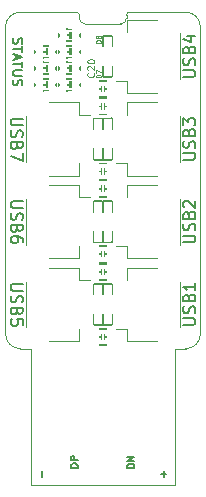
<source format=gbr>
G04 #@! TF.GenerationSoftware,KiCad,Pcbnew,(5.99.0-6415-g7c9acc605d)*
G04 #@! TF.CreationDate,2020-10-20T19:02:53+03:00*
G04 #@! TF.ProjectId,StickHub,53746963-6b48-4756-922e-6b696361645f,rev?*
G04 #@! TF.SameCoordinates,Original*
G04 #@! TF.FileFunction,Legend,Top*
G04 #@! TF.FilePolarity,Positive*
%FSLAX46Y46*%
G04 Gerber Fmt 4.6, Leading zero omitted, Abs format (unit mm)*
G04 Created by KiCad (PCBNEW (5.99.0-6415-g7c9acc605d)) date 2020-10-20 19:02:53*
%MOMM*%
%LPD*%
G01*
G04 APERTURE LIST*
G04 #@! TA.AperFunction,Profile*
%ADD10C,0.100000*%
G04 #@! TD*
%ADD11C,0.150000*%
%ADD12C,0.100000*%
%ADD13C,0.125000*%
%ADD14C,0.127000*%
%ADD15C,0.120000*%
G04 APERTURE END LIST*
D10*
X152250000Y-80000000D02*
X157000000Y-80000000D01*
X148500000Y-81000000D02*
X151500000Y-81000000D01*
X157000000Y-108500000D02*
X156100000Y-108500000D01*
X141750000Y-107250000D02*
X141750000Y-81250000D01*
X156100000Y-120000000D02*
X156100000Y-108500000D01*
X148000000Y-80250000D02*
X148000000Y-80500000D01*
X152000000Y-80250000D02*
G75*
G02*
X152250000Y-80000000I250000J0D01*
G01*
X143900000Y-120000000D02*
X143900000Y-108500000D01*
X141750000Y-81250000D02*
G75*
G02*
X143000000Y-80000000I1250000J0D01*
G01*
X147750000Y-80000000D02*
G75*
G02*
X148000000Y-80250000I0J-250000D01*
G01*
X143000000Y-108500000D02*
G75*
G02*
X141750000Y-107250000I0J1250000D01*
G01*
X143900000Y-120000000D02*
X156100000Y-120000000D01*
X158250000Y-81250000D02*
X158250000Y-107250000D01*
X143000000Y-80000000D02*
X147750000Y-80000000D01*
X158250000Y-107250000D02*
G75*
G02*
X157000000Y-108500000I-1250000J0D01*
G01*
X157000000Y-80000000D02*
G75*
G02*
X158250000Y-81250000I0J-1250000D01*
G01*
X148500000Y-81000000D02*
G75*
G02*
X148000000Y-80500000I0J500000D01*
G01*
X143900000Y-108500000D02*
X143000000Y-108500000D01*
X152000000Y-80500000D02*
G75*
G02*
X151500000Y-81000000I-500000J0D01*
G01*
X152000000Y-80500000D02*
X152000000Y-80250000D01*
D11*
X142426190Y-82219047D02*
X142388095Y-82333333D01*
X142388095Y-82523809D01*
X142426190Y-82600000D01*
X142464285Y-82638095D01*
X142540476Y-82676190D01*
X142616666Y-82676190D01*
X142692857Y-82638095D01*
X142730952Y-82600000D01*
X142769047Y-82523809D01*
X142807142Y-82371428D01*
X142845238Y-82295238D01*
X142883333Y-82257142D01*
X142959523Y-82219047D01*
X143035714Y-82219047D01*
X143111904Y-82257142D01*
X143150000Y-82295238D01*
X143188095Y-82371428D01*
X143188095Y-82561904D01*
X143150000Y-82676190D01*
X143188095Y-82904761D02*
X143188095Y-83361904D01*
X142388095Y-83133333D02*
X143188095Y-83133333D01*
X142616666Y-83590476D02*
X142616666Y-83971428D01*
X142388095Y-83514285D02*
X143188095Y-83780952D01*
X142388095Y-84047619D01*
X143188095Y-84200000D02*
X143188095Y-84657142D01*
X142388095Y-84428571D02*
X143188095Y-84428571D01*
X143188095Y-84923809D02*
X142540476Y-84923809D01*
X142464285Y-84961904D01*
X142426190Y-85000000D01*
X142388095Y-85076190D01*
X142388095Y-85228571D01*
X142426190Y-85304761D01*
X142464285Y-85342857D01*
X142540476Y-85380952D01*
X143188095Y-85380952D01*
X142426190Y-85723809D02*
X142388095Y-85838095D01*
X142388095Y-86028571D01*
X142426190Y-86104761D01*
X142464285Y-86142857D01*
X142540476Y-86180952D01*
X142616666Y-86180952D01*
X142692857Y-86142857D01*
X142730952Y-86104761D01*
X142769047Y-86028571D01*
X142807142Y-85876190D01*
X142845238Y-85800000D01*
X142883333Y-85761904D01*
X142959523Y-85723809D01*
X143035714Y-85723809D01*
X143111904Y-85761904D01*
X143150000Y-85800000D01*
X143188095Y-85876190D01*
X143188095Y-86066666D01*
X143150000Y-86180952D01*
G04 #@! TO.C,J7*
X143197619Y-96011904D02*
X142388095Y-96011904D01*
X142292857Y-96059523D01*
X142245238Y-96107142D01*
X142197619Y-96202380D01*
X142197619Y-96392857D01*
X142245238Y-96488095D01*
X142292857Y-96535714D01*
X142388095Y-96583333D01*
X143197619Y-96583333D01*
X142245238Y-97011904D02*
X142197619Y-97154761D01*
X142197619Y-97392857D01*
X142245238Y-97488095D01*
X142292857Y-97535714D01*
X142388095Y-97583333D01*
X142483333Y-97583333D01*
X142578571Y-97535714D01*
X142626190Y-97488095D01*
X142673809Y-97392857D01*
X142721428Y-97202380D01*
X142769047Y-97107142D01*
X142816666Y-97059523D01*
X142911904Y-97011904D01*
X143007142Y-97011904D01*
X143102380Y-97059523D01*
X143150000Y-97107142D01*
X143197619Y-97202380D01*
X143197619Y-97440476D01*
X143150000Y-97583333D01*
X142721428Y-98345238D02*
X142673809Y-98488095D01*
X142626190Y-98535714D01*
X142530952Y-98583333D01*
X142388095Y-98583333D01*
X142292857Y-98535714D01*
X142245238Y-98488095D01*
X142197619Y-98392857D01*
X142197619Y-98011904D01*
X143197619Y-98011904D01*
X143197619Y-98345238D01*
X143150000Y-98440476D01*
X143102380Y-98488095D01*
X143007142Y-98535714D01*
X142911904Y-98535714D01*
X142816666Y-98488095D01*
X142769047Y-98440476D01*
X142721428Y-98345238D01*
X142721428Y-98011904D01*
X143197619Y-99440476D02*
X143197619Y-99250000D01*
X143150000Y-99154761D01*
X143102380Y-99107142D01*
X142959523Y-99011904D01*
X142769047Y-98964285D01*
X142388095Y-98964285D01*
X142292857Y-99011904D01*
X142245238Y-99059523D01*
X142197619Y-99154761D01*
X142197619Y-99345238D01*
X142245238Y-99440476D01*
X142292857Y-99488095D01*
X142388095Y-99535714D01*
X142626190Y-99535714D01*
X142721428Y-99488095D01*
X142769047Y-99440476D01*
X142816666Y-99345238D01*
X142816666Y-99154761D01*
X142769047Y-99059523D01*
X142721428Y-99011904D01*
X142626190Y-98964285D01*
G04 #@! TO.C,J8*
X143197619Y-89011904D02*
X142388095Y-89011904D01*
X142292857Y-89059523D01*
X142245238Y-89107142D01*
X142197619Y-89202380D01*
X142197619Y-89392857D01*
X142245238Y-89488095D01*
X142292857Y-89535714D01*
X142388095Y-89583333D01*
X143197619Y-89583333D01*
X142245238Y-90011904D02*
X142197619Y-90154761D01*
X142197619Y-90392857D01*
X142245238Y-90488095D01*
X142292857Y-90535714D01*
X142388095Y-90583333D01*
X142483333Y-90583333D01*
X142578571Y-90535714D01*
X142626190Y-90488095D01*
X142673809Y-90392857D01*
X142721428Y-90202380D01*
X142769047Y-90107142D01*
X142816666Y-90059523D01*
X142911904Y-90011904D01*
X143007142Y-90011904D01*
X143102380Y-90059523D01*
X143150000Y-90107142D01*
X143197619Y-90202380D01*
X143197619Y-90440476D01*
X143150000Y-90583333D01*
X142721428Y-91345238D02*
X142673809Y-91488095D01*
X142626190Y-91535714D01*
X142530952Y-91583333D01*
X142388095Y-91583333D01*
X142292857Y-91535714D01*
X142245238Y-91488095D01*
X142197619Y-91392857D01*
X142197619Y-91011904D01*
X143197619Y-91011904D01*
X143197619Y-91345238D01*
X143150000Y-91440476D01*
X143102380Y-91488095D01*
X143007142Y-91535714D01*
X142911904Y-91535714D01*
X142816666Y-91488095D01*
X142769047Y-91440476D01*
X142721428Y-91345238D01*
X142721428Y-91011904D01*
X143197619Y-91916666D02*
X143197619Y-92583333D01*
X142197619Y-92154761D01*
D12*
G04 #@! TO.C,D8*
X149830952Y-82595238D02*
X149430952Y-82595238D01*
X149430952Y-82500000D01*
X149450000Y-82442857D01*
X149488095Y-82404761D01*
X149526190Y-82385714D01*
X149602380Y-82366666D01*
X149659523Y-82366666D01*
X149735714Y-82385714D01*
X149773809Y-82404761D01*
X149811904Y-82442857D01*
X149830952Y-82500000D01*
X149830952Y-82595238D01*
X149602380Y-82138095D02*
X149583333Y-82176190D01*
X149564285Y-82195238D01*
X149526190Y-82214285D01*
X149507142Y-82214285D01*
X149469047Y-82195238D01*
X149450000Y-82176190D01*
X149430952Y-82138095D01*
X149430952Y-82061904D01*
X149450000Y-82023809D01*
X149469047Y-82004761D01*
X149507142Y-81985714D01*
X149526190Y-81985714D01*
X149564285Y-82004761D01*
X149583333Y-82023809D01*
X149602380Y-82061904D01*
X149602380Y-82138095D01*
X149621428Y-82176190D01*
X149640476Y-82195238D01*
X149678571Y-82214285D01*
X149754761Y-82214285D01*
X149792857Y-82195238D01*
X149811904Y-82176190D01*
X149830952Y-82138095D01*
X149830952Y-82061904D01*
X149811904Y-82023809D01*
X149792857Y-82004761D01*
X149754761Y-81985714D01*
X149678571Y-81985714D01*
X149640476Y-82004761D01*
X149621428Y-82023809D01*
X149602380Y-82061904D01*
D11*
G04 #@! TO.C,J2*
X156802380Y-106488095D02*
X157611904Y-106488095D01*
X157707142Y-106440476D01*
X157754761Y-106392857D01*
X157802380Y-106297619D01*
X157802380Y-106107142D01*
X157754761Y-106011904D01*
X157707142Y-105964285D01*
X157611904Y-105916666D01*
X156802380Y-105916666D01*
X157754761Y-105488095D02*
X157802380Y-105345238D01*
X157802380Y-105107142D01*
X157754761Y-105011904D01*
X157707142Y-104964285D01*
X157611904Y-104916666D01*
X157516666Y-104916666D01*
X157421428Y-104964285D01*
X157373809Y-105011904D01*
X157326190Y-105107142D01*
X157278571Y-105297619D01*
X157230952Y-105392857D01*
X157183333Y-105440476D01*
X157088095Y-105488095D01*
X156992857Y-105488095D01*
X156897619Y-105440476D01*
X156850000Y-105392857D01*
X156802380Y-105297619D01*
X156802380Y-105059523D01*
X156850000Y-104916666D01*
X157278571Y-104154761D02*
X157326190Y-104011904D01*
X157373809Y-103964285D01*
X157469047Y-103916666D01*
X157611904Y-103916666D01*
X157707142Y-103964285D01*
X157754761Y-104011904D01*
X157802380Y-104107142D01*
X157802380Y-104488095D01*
X156802380Y-104488095D01*
X156802380Y-104154761D01*
X156850000Y-104059523D01*
X156897619Y-104011904D01*
X156992857Y-103964285D01*
X157088095Y-103964285D01*
X157183333Y-104011904D01*
X157230952Y-104059523D01*
X157278571Y-104154761D01*
X157278571Y-104488095D01*
X157802380Y-102964285D02*
X157802380Y-103535714D01*
X157802380Y-103250000D02*
X156802380Y-103250000D01*
X156945238Y-103345238D01*
X157040476Y-103440476D01*
X157088095Y-103535714D01*
G04 #@! TO.C,J5*
X156802380Y-85488095D02*
X157611904Y-85488095D01*
X157707142Y-85440476D01*
X157754761Y-85392857D01*
X157802380Y-85297619D01*
X157802380Y-85107142D01*
X157754761Y-85011904D01*
X157707142Y-84964285D01*
X157611904Y-84916666D01*
X156802380Y-84916666D01*
X157754761Y-84488095D02*
X157802380Y-84345238D01*
X157802380Y-84107142D01*
X157754761Y-84011904D01*
X157707142Y-83964285D01*
X157611904Y-83916666D01*
X157516666Y-83916666D01*
X157421428Y-83964285D01*
X157373809Y-84011904D01*
X157326190Y-84107142D01*
X157278571Y-84297619D01*
X157230952Y-84392857D01*
X157183333Y-84440476D01*
X157088095Y-84488095D01*
X156992857Y-84488095D01*
X156897619Y-84440476D01*
X156850000Y-84392857D01*
X156802380Y-84297619D01*
X156802380Y-84059523D01*
X156850000Y-83916666D01*
X157278571Y-83154761D02*
X157326190Y-83011904D01*
X157373809Y-82964285D01*
X157469047Y-82916666D01*
X157611904Y-82916666D01*
X157707142Y-82964285D01*
X157754761Y-83011904D01*
X157802380Y-83107142D01*
X157802380Y-83488095D01*
X156802380Y-83488095D01*
X156802380Y-83154761D01*
X156850000Y-83059523D01*
X156897619Y-83011904D01*
X156992857Y-82964285D01*
X157088095Y-82964285D01*
X157183333Y-83011904D01*
X157230952Y-83059523D01*
X157278571Y-83154761D01*
X157278571Y-83488095D01*
X157135714Y-82059523D02*
X157802380Y-82059523D01*
X156754761Y-82297619D02*
X157469047Y-82535714D01*
X157469047Y-81916666D01*
D13*
G04 #@! TO.C,C20*
X149214285Y-85135714D02*
X149242857Y-85164285D01*
X149271428Y-85250000D01*
X149271428Y-85307142D01*
X149242857Y-85392857D01*
X149185714Y-85450000D01*
X149128571Y-85478571D01*
X149014285Y-85507142D01*
X148928571Y-85507142D01*
X148814285Y-85478571D01*
X148757142Y-85450000D01*
X148700000Y-85392857D01*
X148671428Y-85307142D01*
X148671428Y-85250000D01*
X148700000Y-85164285D01*
X148728571Y-85135714D01*
X148728571Y-84907142D02*
X148700000Y-84878571D01*
X148671428Y-84821428D01*
X148671428Y-84678571D01*
X148700000Y-84621428D01*
X148728571Y-84592857D01*
X148785714Y-84564285D01*
X148842857Y-84564285D01*
X148928571Y-84592857D01*
X149271428Y-84935714D01*
X149271428Y-84564285D01*
X148671428Y-84192857D02*
X148671428Y-84135714D01*
X148700000Y-84078571D01*
X148728571Y-84050000D01*
X148785714Y-84021428D01*
X148900000Y-83992857D01*
X149042857Y-83992857D01*
X149157142Y-84021428D01*
X149214285Y-84050000D01*
X149242857Y-84078571D01*
X149271428Y-84135714D01*
X149271428Y-84192857D01*
X149242857Y-84250000D01*
X149214285Y-84278571D01*
X149157142Y-84307142D01*
X149042857Y-84335714D01*
X148900000Y-84335714D01*
X148785714Y-84307142D01*
X148728571Y-84278571D01*
X148700000Y-84250000D01*
X148671428Y-84192857D01*
D14*
G04 #@! TO.C,J1*
X155142857Y-119328571D02*
X155142857Y-118871428D01*
X155371428Y-119100000D02*
X154914285Y-119100000D01*
X147871428Y-118557142D02*
X147271428Y-118557142D01*
X147271428Y-118414285D01*
X147300000Y-118328571D01*
X147357142Y-118271428D01*
X147414285Y-118242857D01*
X147528571Y-118214285D01*
X147614285Y-118214285D01*
X147728571Y-118242857D01*
X147785714Y-118271428D01*
X147842857Y-118328571D01*
X147871428Y-118414285D01*
X147871428Y-118557142D01*
X147871428Y-117957142D02*
X147271428Y-117957142D01*
X147271428Y-117728571D01*
X147300000Y-117671428D01*
X147328571Y-117642857D01*
X147385714Y-117614285D01*
X147471428Y-117614285D01*
X147528571Y-117642857D01*
X147557142Y-117671428D01*
X147585714Y-117728571D01*
X147585714Y-117957142D01*
X152671428Y-118571428D02*
X152071428Y-118571428D01*
X152071428Y-118428571D01*
X152100000Y-118342857D01*
X152157142Y-118285714D01*
X152214285Y-118257142D01*
X152328571Y-118228571D01*
X152414285Y-118228571D01*
X152528571Y-118257142D01*
X152585714Y-118285714D01*
X152642857Y-118342857D01*
X152671428Y-118428571D01*
X152671428Y-118571428D01*
X152671428Y-117971428D02*
X152071428Y-117971428D01*
X152671428Y-117628571D01*
X152071428Y-117628571D01*
X144842857Y-119328571D02*
X144842857Y-118871428D01*
D12*
G04 #@! TO.C,D7*
X149830952Y-85520238D02*
X149430952Y-85520238D01*
X149430952Y-85425000D01*
X149450000Y-85367857D01*
X149488095Y-85329761D01*
X149526190Y-85310714D01*
X149602380Y-85291666D01*
X149659523Y-85291666D01*
X149735714Y-85310714D01*
X149773809Y-85329761D01*
X149811904Y-85367857D01*
X149830952Y-85425000D01*
X149830952Y-85520238D01*
X149430952Y-85158333D02*
X149430952Y-84891666D01*
X149830952Y-85063095D01*
D11*
G04 #@! TO.C,J4*
X156802380Y-92488095D02*
X157611904Y-92488095D01*
X157707142Y-92440476D01*
X157754761Y-92392857D01*
X157802380Y-92297619D01*
X157802380Y-92107142D01*
X157754761Y-92011904D01*
X157707142Y-91964285D01*
X157611904Y-91916666D01*
X156802380Y-91916666D01*
X157754761Y-91488095D02*
X157802380Y-91345238D01*
X157802380Y-91107142D01*
X157754761Y-91011904D01*
X157707142Y-90964285D01*
X157611904Y-90916666D01*
X157516666Y-90916666D01*
X157421428Y-90964285D01*
X157373809Y-91011904D01*
X157326190Y-91107142D01*
X157278571Y-91297619D01*
X157230952Y-91392857D01*
X157183333Y-91440476D01*
X157088095Y-91488095D01*
X156992857Y-91488095D01*
X156897619Y-91440476D01*
X156850000Y-91392857D01*
X156802380Y-91297619D01*
X156802380Y-91059523D01*
X156850000Y-90916666D01*
X157278571Y-90154761D02*
X157326190Y-90011904D01*
X157373809Y-89964285D01*
X157469047Y-89916666D01*
X157611904Y-89916666D01*
X157707142Y-89964285D01*
X157754761Y-90011904D01*
X157802380Y-90107142D01*
X157802380Y-90488095D01*
X156802380Y-90488095D01*
X156802380Y-90154761D01*
X156850000Y-90059523D01*
X156897619Y-90011904D01*
X156992857Y-89964285D01*
X157088095Y-89964285D01*
X157183333Y-90011904D01*
X157230952Y-90059523D01*
X157278571Y-90154761D01*
X157278571Y-90488095D01*
X156802380Y-89583333D02*
X156802380Y-88964285D01*
X157183333Y-89297619D01*
X157183333Y-89154761D01*
X157230952Y-89059523D01*
X157278571Y-89011904D01*
X157373809Y-88964285D01*
X157611904Y-88964285D01*
X157707142Y-89011904D01*
X157754761Y-89059523D01*
X157802380Y-89154761D01*
X157802380Y-89440476D01*
X157754761Y-89535714D01*
X157707142Y-89583333D01*
G04 #@! TO.C,J6*
X143197619Y-103011904D02*
X142388095Y-103011904D01*
X142292857Y-103059523D01*
X142245238Y-103107142D01*
X142197619Y-103202380D01*
X142197619Y-103392857D01*
X142245238Y-103488095D01*
X142292857Y-103535714D01*
X142388095Y-103583333D01*
X143197619Y-103583333D01*
X142245238Y-104011904D02*
X142197619Y-104154761D01*
X142197619Y-104392857D01*
X142245238Y-104488095D01*
X142292857Y-104535714D01*
X142388095Y-104583333D01*
X142483333Y-104583333D01*
X142578571Y-104535714D01*
X142626190Y-104488095D01*
X142673809Y-104392857D01*
X142721428Y-104202380D01*
X142769047Y-104107142D01*
X142816666Y-104059523D01*
X142911904Y-104011904D01*
X143007142Y-104011904D01*
X143102380Y-104059523D01*
X143150000Y-104107142D01*
X143197619Y-104202380D01*
X143197619Y-104440476D01*
X143150000Y-104583333D01*
X142721428Y-105345238D02*
X142673809Y-105488095D01*
X142626190Y-105535714D01*
X142530952Y-105583333D01*
X142388095Y-105583333D01*
X142292857Y-105535714D01*
X142245238Y-105488095D01*
X142197619Y-105392857D01*
X142197619Y-105011904D01*
X143197619Y-105011904D01*
X143197619Y-105345238D01*
X143150000Y-105440476D01*
X143102380Y-105488095D01*
X143007142Y-105535714D01*
X142911904Y-105535714D01*
X142816666Y-105488095D01*
X142769047Y-105440476D01*
X142721428Y-105345238D01*
X142721428Y-105011904D01*
X143197619Y-106488095D02*
X143197619Y-106011904D01*
X142721428Y-105964285D01*
X142769047Y-106011904D01*
X142816666Y-106107142D01*
X142816666Y-106345238D01*
X142769047Y-106440476D01*
X142721428Y-106488095D01*
X142626190Y-106535714D01*
X142388095Y-106535714D01*
X142292857Y-106488095D01*
X142245238Y-106440476D01*
X142197619Y-106345238D01*
X142197619Y-106107142D01*
X142245238Y-106011904D01*
X142292857Y-105964285D01*
G04 #@! TO.C,J3*
X156802380Y-99488095D02*
X157611904Y-99488095D01*
X157707142Y-99440476D01*
X157754761Y-99392857D01*
X157802380Y-99297619D01*
X157802380Y-99107142D01*
X157754761Y-99011904D01*
X157707142Y-98964285D01*
X157611904Y-98916666D01*
X156802380Y-98916666D01*
X157754761Y-98488095D02*
X157802380Y-98345238D01*
X157802380Y-98107142D01*
X157754761Y-98011904D01*
X157707142Y-97964285D01*
X157611904Y-97916666D01*
X157516666Y-97916666D01*
X157421428Y-97964285D01*
X157373809Y-98011904D01*
X157326190Y-98107142D01*
X157278571Y-98297619D01*
X157230952Y-98392857D01*
X157183333Y-98440476D01*
X157088095Y-98488095D01*
X156992857Y-98488095D01*
X156897619Y-98440476D01*
X156850000Y-98392857D01*
X156802380Y-98297619D01*
X156802380Y-98059523D01*
X156850000Y-97916666D01*
X157278571Y-97154761D02*
X157326190Y-97011904D01*
X157373809Y-96964285D01*
X157469047Y-96916666D01*
X157611904Y-96916666D01*
X157707142Y-96964285D01*
X157754761Y-97011904D01*
X157802380Y-97107142D01*
X157802380Y-97488095D01*
X156802380Y-97488095D01*
X156802380Y-97154761D01*
X156850000Y-97059523D01*
X156897619Y-97011904D01*
X156992857Y-96964285D01*
X157088095Y-96964285D01*
X157183333Y-97011904D01*
X157230952Y-97059523D01*
X157278571Y-97154761D01*
X157278571Y-97488095D01*
X156897619Y-96535714D02*
X156850000Y-96488095D01*
X156802380Y-96392857D01*
X156802380Y-96154761D01*
X156850000Y-96059523D01*
X156897619Y-96011904D01*
X156992857Y-95964285D01*
X157088095Y-95964285D01*
X157230952Y-96011904D01*
X157802380Y-96583333D01*
X157802380Y-95964285D01*
G04 #@! TO.C,D4*
X150000000Y-96075000D02*
G75*
G02*
X150075000Y-96000000I75000J0D01*
G01*
X150725000Y-96000000D02*
G75*
G02*
X150800000Y-96075000I0J-75000D01*
G01*
G36*
X150875000Y-96075000D02*
G01*
X150875000Y-96975000D01*
X150750000Y-96975000D01*
X150725000Y-96950000D01*
X150725000Y-96075000D01*
X150075000Y-96075000D01*
X150075000Y-96950000D01*
X150050000Y-96975000D01*
X149925000Y-96975000D01*
X149925000Y-96075000D01*
X150075000Y-95925000D01*
X150725000Y-95925000D01*
X150875000Y-96075000D01*
G37*
D15*
G04 #@! TO.C,J7*
X145435000Y-94640000D02*
X147935000Y-94640000D01*
X145435000Y-100860000D02*
X147935000Y-100860000D01*
X143465000Y-95810000D02*
X143465000Y-99690000D01*
X147935000Y-94640000D02*
X147935000Y-95690000D01*
X147935000Y-95690000D02*
X148925000Y-95690000D01*
X147935000Y-100860000D02*
X147935000Y-99810000D01*
G04 #@! TO.C,J8*
X147935000Y-87640000D02*
X147935000Y-88690000D01*
X145435000Y-87640000D02*
X147935000Y-87640000D01*
X147935000Y-88690000D02*
X148925000Y-88690000D01*
X145435000Y-93860000D02*
X147935000Y-93860000D01*
X147935000Y-93860000D02*
X147935000Y-92810000D01*
X143465000Y-88810000D02*
X143465000Y-92690000D01*
D11*
G04 #@! TO.C,D10*
X150000000Y-106425000D02*
G75*
G02*
X149925000Y-106500000I-75000J0D01*
G01*
X149275000Y-106500000D02*
G75*
G02*
X149200000Y-106425000I0J75000D01*
G01*
G36*
X149275000Y-105550000D02*
G01*
X149275000Y-106425000D01*
X149925000Y-106425000D01*
X149925000Y-105550000D01*
X149950000Y-105525000D01*
X150075000Y-105525000D01*
X150075000Y-106425000D01*
X149925000Y-106575000D01*
X149275000Y-106575000D01*
X149125000Y-106425000D01*
X149125000Y-105525000D01*
X149250000Y-105525000D01*
X149275000Y-105550000D01*
G37*
G04 #@! TO.C,C18*
G36*
X150325000Y-94250000D02*
G01*
X149675000Y-94250000D01*
X149675000Y-94125000D01*
X150325000Y-94125000D01*
X150325000Y-94250000D01*
G37*
G36*
X149949998Y-93775000D02*
G01*
X149800000Y-93774998D01*
X149800002Y-93575000D01*
X149650000Y-93575000D01*
X149650000Y-93425000D01*
X149800002Y-93425000D01*
X149800002Y-93225000D01*
X149950000Y-93225000D01*
X149949998Y-93775000D01*
G37*
G36*
X150200000Y-93425000D02*
G01*
X150350000Y-93425000D01*
X150350000Y-93575000D01*
X150200000Y-93575000D01*
X150200000Y-93775000D01*
X150050000Y-93775000D01*
X150050000Y-93225000D01*
X150200000Y-93225000D01*
X150200000Y-93425000D01*
G37*
G36*
X150325000Y-92875000D02*
G01*
X149675000Y-92875000D01*
X149675000Y-92750000D01*
X150325000Y-92750000D01*
X150325000Y-92875000D01*
G37*
G04 #@! TO.C,C16*
G36*
X149949998Y-100775000D02*
G01*
X149800000Y-100774998D01*
X149800002Y-100575000D01*
X149650000Y-100575000D01*
X149650000Y-100425000D01*
X149800002Y-100425000D01*
X149800002Y-100225000D01*
X149950000Y-100225000D01*
X149949998Y-100775000D01*
G37*
G36*
X150325000Y-101250000D02*
G01*
X149675000Y-101250000D01*
X149675000Y-101125000D01*
X150325000Y-101125000D01*
X150325000Y-101250000D01*
G37*
G36*
X150325000Y-99875000D02*
G01*
X149675000Y-99875000D01*
X149675000Y-99750000D01*
X150325000Y-99750000D01*
X150325000Y-99875000D01*
G37*
G36*
X150200000Y-100425000D02*
G01*
X150350000Y-100425000D01*
X150350000Y-100575000D01*
X150200000Y-100575000D01*
X150200000Y-100775000D01*
X150050000Y-100775000D01*
X150050000Y-100225000D01*
X150200000Y-100225000D01*
X150200000Y-100425000D01*
G37*
G04 #@! TO.C,D15*
G36*
X147377792Y-86450000D02*
G01*
X147152792Y-86450000D01*
X147152792Y-86250000D01*
X146927792Y-86250000D01*
X146927792Y-86050000D01*
X147152792Y-86050000D01*
X147152792Y-85850000D01*
X147377792Y-85850000D01*
X147377792Y-86450000D01*
G37*
G36*
X148102792Y-86350000D02*
G01*
X147977792Y-86225000D01*
X147977792Y-86075000D01*
X148102792Y-85950000D01*
X148102792Y-86350000D01*
G37*
G36*
X147402792Y-86700000D02*
G01*
X147027792Y-86700000D01*
X147027792Y-86750000D01*
X146902792Y-86750000D01*
X146902792Y-86575000D01*
X147402792Y-86575000D01*
X147402792Y-86700000D01*
G37*
G36*
X146327792Y-86075000D02*
G01*
X146327792Y-86225000D01*
X146202792Y-86350000D01*
X146202792Y-85950000D01*
X146327792Y-86075000D01*
G37*
G36*
X147027792Y-85600000D02*
G01*
X147402792Y-85600000D01*
X147402792Y-85725000D01*
X146902792Y-85725000D01*
X146902792Y-85550000D01*
X147027792Y-85550000D01*
X147027792Y-85600000D01*
G37*
G04 #@! TO.C,C14*
G36*
X150325000Y-108250000D02*
G01*
X149675000Y-108250000D01*
X149675000Y-108125000D01*
X150325000Y-108125000D01*
X150325000Y-108250000D01*
G37*
G36*
X150200000Y-107425000D02*
G01*
X150350000Y-107425000D01*
X150350000Y-107575000D01*
X150200000Y-107575000D01*
X150200000Y-107775000D01*
X150050000Y-107775000D01*
X150050000Y-107225000D01*
X150200000Y-107225000D01*
X150200000Y-107425000D01*
G37*
G36*
X150325000Y-106875000D02*
G01*
X149675000Y-106875000D01*
X149675000Y-106750000D01*
X150325000Y-106750000D01*
X150325000Y-106875000D01*
G37*
G36*
X149949998Y-107775000D02*
G01*
X149800000Y-107774998D01*
X149800002Y-107575000D01*
X149650000Y-107575000D01*
X149650000Y-107425000D01*
X149800002Y-107425000D01*
X149800002Y-107225000D01*
X149950000Y-107225000D01*
X149949998Y-107775000D01*
G37*
G04 #@! TO.C,D8*
X150725000Y-82000000D02*
G75*
G02*
X150800000Y-82075000I0J-75000D01*
G01*
X150000000Y-82075000D02*
G75*
G02*
X150075000Y-82000000I75000J0D01*
G01*
G36*
X150875000Y-82075000D02*
G01*
X150875000Y-82975000D01*
X150750000Y-82975000D01*
X150725000Y-82950000D01*
X150725000Y-82075000D01*
X150075000Y-82075000D01*
X150075000Y-82950000D01*
X150050000Y-82975000D01*
X149925000Y-82975000D01*
X149925000Y-82075000D01*
X150075000Y-81925000D01*
X150725000Y-81925000D01*
X150875000Y-82075000D01*
G37*
G04 #@! TO.C,D9*
X149200000Y-103075000D02*
G75*
G02*
X149275000Y-103000000I75000J0D01*
G01*
X149925000Y-103000000D02*
G75*
G02*
X150000000Y-103075000I0J-75000D01*
G01*
G36*
X150075000Y-103075000D02*
G01*
X150075000Y-103975000D01*
X149950000Y-103975000D01*
X149925000Y-103950000D01*
X149925000Y-103075000D01*
X149275000Y-103075000D01*
X149275000Y-103950000D01*
X149250000Y-103975000D01*
X149125000Y-103975000D01*
X149125000Y-103075000D01*
X149275000Y-102925000D01*
X149925000Y-102925000D01*
X150075000Y-103075000D01*
G37*
G04 #@! TO.C,D16*
G36*
X147027792Y-84200000D02*
G01*
X147402792Y-84200000D01*
X147402792Y-84325000D01*
X146902792Y-84325000D01*
X146902792Y-84150000D01*
X147027792Y-84150000D01*
X147027792Y-84200000D01*
G37*
G36*
X147377792Y-85050000D02*
G01*
X147152792Y-85050000D01*
X147152792Y-84850000D01*
X146927792Y-84850000D01*
X146927792Y-84650000D01*
X147152792Y-84650000D01*
X147152792Y-84450000D01*
X147377792Y-84450000D01*
X147377792Y-85050000D01*
G37*
G36*
X146327792Y-84675000D02*
G01*
X146327792Y-84825000D01*
X146202792Y-84950000D01*
X146202792Y-84550000D01*
X146327792Y-84675000D01*
G37*
G36*
X148102792Y-84950000D02*
G01*
X147977792Y-84825000D01*
X147977792Y-84675000D01*
X148102792Y-84550000D01*
X148102792Y-84950000D01*
G37*
G36*
X147402792Y-85300000D02*
G01*
X147027792Y-85300000D01*
X147027792Y-85350000D01*
X146902792Y-85350000D01*
X146902792Y-85175000D01*
X147402792Y-85175000D01*
X147402792Y-85300000D01*
G37*
G04 #@! TO.C,D1*
X150075000Y-106500000D02*
G75*
G02*
X150000000Y-106425000I0J75000D01*
G01*
X150800000Y-106425000D02*
G75*
G02*
X150725000Y-106500000I-75000J0D01*
G01*
G36*
X150075000Y-105550000D02*
G01*
X150075000Y-106425000D01*
X150725000Y-106425000D01*
X150725000Y-105550000D01*
X150750000Y-105525000D01*
X150875000Y-105525000D01*
X150875000Y-106425000D01*
X150725000Y-106575000D01*
X150075000Y-106575000D01*
X149925000Y-106425000D01*
X149925000Y-105525000D01*
X150050000Y-105525000D01*
X150075000Y-105550000D01*
G37*
G04 #@! TO.C,D5*
X150800000Y-92425000D02*
G75*
G02*
X150725000Y-92500000I-75000J0D01*
G01*
X150075000Y-92500000D02*
G75*
G02*
X150000000Y-92425000I0J75000D01*
G01*
G36*
X150075000Y-91550000D02*
G01*
X150075000Y-92425000D01*
X150725000Y-92425000D01*
X150725000Y-91550000D01*
X150750000Y-91525000D01*
X150875000Y-91525000D01*
X150875000Y-92425000D01*
X150725000Y-92575000D01*
X150075000Y-92575000D01*
X149925000Y-92425000D01*
X149925000Y-91525000D01*
X150050000Y-91525000D01*
X150075000Y-91550000D01*
G37*
G04 #@! TO.C,D3*
X150800000Y-99425000D02*
G75*
G02*
X150725000Y-99500000I-75000J0D01*
G01*
X150075000Y-99500000D02*
G75*
G02*
X150000000Y-99425000I0J75000D01*
G01*
G36*
X150075000Y-98550000D02*
G01*
X150075000Y-99425000D01*
X150725000Y-99425000D01*
X150725000Y-98550000D01*
X150750000Y-98525000D01*
X150875000Y-98525000D01*
X150875000Y-99425000D01*
X150725000Y-99575000D01*
X150075000Y-99575000D01*
X149925000Y-99425000D01*
X149925000Y-98525000D01*
X150050000Y-98525000D01*
X150075000Y-98550000D01*
G37*
G04 #@! TO.C,C15*
G36*
X150200000Y-101725002D02*
G01*
X150199998Y-101925000D01*
X150350000Y-101925000D01*
X150350000Y-102075000D01*
X150199998Y-102075000D01*
X150199998Y-102275000D01*
X150050000Y-102275000D01*
X150050002Y-101725000D01*
X150200000Y-101725002D01*
G37*
G36*
X149950000Y-102275000D02*
G01*
X149800000Y-102275000D01*
X149800000Y-102075000D01*
X149650000Y-102075000D01*
X149650000Y-101925000D01*
X149800000Y-101925000D01*
X149800000Y-101725000D01*
X149950000Y-101725000D01*
X149950000Y-102275000D01*
G37*
G36*
X150325000Y-102750000D02*
G01*
X149675000Y-102750000D01*
X149675000Y-102625000D01*
X150325000Y-102625000D01*
X150325000Y-102750000D01*
G37*
G36*
X150325000Y-101375000D02*
G01*
X149675000Y-101375000D01*
X149675000Y-101250000D01*
X150325000Y-101250000D01*
X150325000Y-101375000D01*
G37*
D15*
G04 #@! TO.C,J2*
X154565000Y-107860000D02*
X152065000Y-107860000D01*
X152065000Y-101640000D02*
X152065000Y-102690000D01*
X152065000Y-106810000D02*
X151075000Y-106810000D01*
X152065000Y-107860000D02*
X152065000Y-106810000D01*
X156535000Y-106690000D02*
X156535000Y-102810000D01*
X154565000Y-101640000D02*
X152065000Y-101640000D01*
G04 #@! TO.C,D19*
G36*
X145402792Y-86700000D02*
G01*
X145027792Y-86700000D01*
X145027792Y-86750000D01*
X144902792Y-86750000D01*
X144902792Y-86575000D01*
X145402792Y-86575000D01*
X145402792Y-86700000D01*
G37*
G36*
X144327792Y-86075000D02*
G01*
X144327792Y-86225000D01*
X144202792Y-86350000D01*
X144202792Y-85950000D01*
X144327792Y-86075000D01*
G37*
G36*
X145377792Y-86450000D02*
G01*
X145152792Y-86450000D01*
X145152792Y-86250000D01*
X144927792Y-86250000D01*
X144927792Y-86050000D01*
X145152792Y-86050000D01*
X145152792Y-85850000D01*
X145377792Y-85850000D01*
X145377792Y-86450000D01*
G37*
G36*
X145027792Y-85600000D02*
G01*
X145402792Y-85600000D01*
X145402792Y-85725000D01*
X144902792Y-85725000D01*
X144902792Y-85550000D01*
X145027792Y-85550000D01*
X145027792Y-85600000D01*
G37*
G36*
X146102792Y-86350000D02*
G01*
X145977792Y-86225000D01*
X145977792Y-86075000D01*
X146102792Y-85950000D01*
X146102792Y-86350000D01*
G37*
G04 #@! TO.C,J5*
X154565000Y-80640000D02*
X152065000Y-80640000D01*
X152065000Y-86860000D02*
X152065000Y-85810000D01*
X152065000Y-80640000D02*
X152065000Y-81690000D01*
X156535000Y-85690000D02*
X156535000Y-81810000D01*
X152065000Y-85810000D02*
X151075000Y-85810000D01*
X154565000Y-86860000D02*
X152065000Y-86860000D01*
G04 #@! TO.C,C20*
G36*
X149949998Y-86775000D02*
G01*
X149800000Y-86774998D01*
X149800002Y-86575000D01*
X149650000Y-86575000D01*
X149650000Y-86425000D01*
X149800002Y-86425000D01*
X149800002Y-86225000D01*
X149950000Y-86225000D01*
X149949998Y-86775000D01*
G37*
G36*
X150200000Y-86425000D02*
G01*
X150350000Y-86425000D01*
X150350000Y-86575000D01*
X150200000Y-86575000D01*
X150200000Y-86775000D01*
X150050000Y-86775000D01*
X150050000Y-86225000D01*
X150200000Y-86225000D01*
X150200000Y-86425000D01*
G37*
G36*
X150325000Y-87250000D02*
G01*
X149675000Y-87250000D01*
X149675000Y-87125000D01*
X150325000Y-87125000D01*
X150325000Y-87250000D01*
G37*
G36*
X150325000Y-85875000D02*
G01*
X149675000Y-85875000D01*
X149675000Y-85750000D01*
X150325000Y-85750000D01*
X150325000Y-85875000D01*
G37*
G04 #@! TO.C,D20*
G36*
X144327792Y-84675000D02*
G01*
X144327792Y-84825000D01*
X144202792Y-84950000D01*
X144202792Y-84550000D01*
X144327792Y-84675000D01*
G37*
G36*
X145377792Y-85050000D02*
G01*
X145152792Y-85050000D01*
X145152792Y-84850000D01*
X144927792Y-84850000D01*
X144927792Y-84650000D01*
X145152792Y-84650000D01*
X145152792Y-84450000D01*
X145377792Y-84450000D01*
X145377792Y-85050000D01*
G37*
G36*
X145402792Y-85300000D02*
G01*
X145027792Y-85300000D01*
X145027792Y-85350000D01*
X144902792Y-85350000D01*
X144902792Y-85175000D01*
X145402792Y-85175000D01*
X145402792Y-85300000D01*
G37*
G36*
X146102792Y-84950000D02*
G01*
X145977792Y-84825000D01*
X145977792Y-84675000D01*
X146102792Y-84550000D01*
X146102792Y-84950000D01*
G37*
G36*
X145027792Y-84200000D02*
G01*
X145402792Y-84200000D01*
X145402792Y-84325000D01*
X144902792Y-84325000D01*
X144902792Y-84150000D01*
X145027792Y-84150000D01*
X145027792Y-84200000D01*
G37*
D11*
G04 #@! TO.C,D6*
X150000000Y-89075000D02*
G75*
G02*
X150075000Y-89000000I75000J0D01*
G01*
X150725000Y-89000000D02*
G75*
G02*
X150800000Y-89075000I0J-75000D01*
G01*
G36*
X150875000Y-89075000D02*
G01*
X150875000Y-89975000D01*
X150750000Y-89975000D01*
X150725000Y-89950000D01*
X150725000Y-89075000D01*
X150075000Y-89075000D01*
X150075000Y-89950000D01*
X150050000Y-89975000D01*
X149925000Y-89975000D01*
X149925000Y-89075000D01*
X150075000Y-88925000D01*
X150725000Y-88925000D01*
X150875000Y-89075000D01*
G37*
G04 #@! TO.C,C17*
G36*
X150325000Y-94325000D02*
G01*
X149675000Y-94325000D01*
X149675000Y-94200000D01*
X150325000Y-94200000D01*
X150325000Y-94325000D01*
G37*
G36*
X150325000Y-95700000D02*
G01*
X149675000Y-95700000D01*
X149675000Y-95575000D01*
X150325000Y-95575000D01*
X150325000Y-95700000D01*
G37*
G36*
X149950000Y-95225000D02*
G01*
X149800000Y-95225000D01*
X149800000Y-95025000D01*
X149650000Y-95025000D01*
X149650000Y-94875000D01*
X149800000Y-94875000D01*
X149800000Y-94675000D01*
X149950000Y-94675000D01*
X149950000Y-95225000D01*
G37*
G36*
X150200000Y-94675002D02*
G01*
X150199998Y-94875000D01*
X150350000Y-94875000D01*
X150350000Y-95025000D01*
X150199998Y-95025000D01*
X150199998Y-95225000D01*
X150050000Y-95225000D01*
X150050002Y-94675000D01*
X150200000Y-94675002D01*
G37*
G04 #@! TO.C,D7*
X150075000Y-85500000D02*
G75*
G02*
X150000000Y-85425000I0J75000D01*
G01*
X150800000Y-85425000D02*
G75*
G02*
X150725000Y-85500000I-75000J0D01*
G01*
G36*
X150075000Y-84550000D02*
G01*
X150075000Y-85425000D01*
X150725000Y-85425000D01*
X150725000Y-84550000D01*
X150750000Y-84525000D01*
X150875000Y-84525000D01*
X150875000Y-85425000D01*
X150725000Y-85575000D01*
X150075000Y-85575000D01*
X149925000Y-85425000D01*
X149925000Y-84525000D01*
X150050000Y-84525000D01*
X150075000Y-84550000D01*
G37*
G04 #@! TO.C,D14*
X150000000Y-92425000D02*
G75*
G02*
X149925000Y-92500000I-75000J0D01*
G01*
X149275000Y-92500000D02*
G75*
G02*
X149200000Y-92425000I0J75000D01*
G01*
G36*
X149275000Y-91550000D02*
G01*
X149275000Y-92425000D01*
X149925000Y-92425000D01*
X149925000Y-91550000D01*
X149950000Y-91525000D01*
X150075000Y-91525000D01*
X150075000Y-92425000D01*
X149925000Y-92575000D01*
X149275000Y-92575000D01*
X149125000Y-92425000D01*
X149125000Y-91525000D01*
X149250000Y-91525000D01*
X149275000Y-91550000D01*
G37*
G04 #@! TO.C,D21*
G36*
X145377792Y-83650000D02*
G01*
X145152792Y-83650000D01*
X145152792Y-83450000D01*
X144927792Y-83450000D01*
X144927792Y-83250000D01*
X145152792Y-83250000D01*
X145152792Y-83050000D01*
X145377792Y-83050000D01*
X145377792Y-83650000D01*
G37*
G36*
X145402792Y-83900000D02*
G01*
X145027792Y-83900000D01*
X145027792Y-83950000D01*
X144902792Y-83950000D01*
X144902792Y-83775000D01*
X145402792Y-83775000D01*
X145402792Y-83900000D01*
G37*
G36*
X144327792Y-83275000D02*
G01*
X144327792Y-83425000D01*
X144202792Y-83550000D01*
X144202792Y-83150000D01*
X144327792Y-83275000D01*
G37*
G36*
X146102792Y-83550000D02*
G01*
X145977792Y-83425000D01*
X145977792Y-83275000D01*
X146102792Y-83150000D01*
X146102792Y-83550000D01*
G37*
G36*
X145027792Y-82800000D02*
G01*
X145402792Y-82800000D01*
X145402792Y-82925000D01*
X144902792Y-82925000D01*
X144902792Y-82750000D01*
X145027792Y-82750000D01*
X145027792Y-82800000D01*
G37*
D15*
G04 #@! TO.C,J4*
X156535000Y-92690000D02*
X156535000Y-88810000D01*
X152065000Y-93860000D02*
X152065000Y-92810000D01*
X154565000Y-87640000D02*
X152065000Y-87640000D01*
X152065000Y-92810000D02*
X151075000Y-92810000D01*
X154565000Y-93860000D02*
X152065000Y-93860000D01*
X152065000Y-87640000D02*
X152065000Y-88690000D01*
D11*
G04 #@! TO.C,D11*
X149200000Y-96075000D02*
G75*
G02*
X149275000Y-96000000I75000J0D01*
G01*
X149925000Y-96000000D02*
G75*
G02*
X150000000Y-96075000I0J-75000D01*
G01*
G36*
X150075000Y-96075000D02*
G01*
X150075000Y-96975000D01*
X149950000Y-96975000D01*
X149925000Y-96950000D01*
X149925000Y-96075000D01*
X149275000Y-96075000D01*
X149275000Y-96950000D01*
X149250000Y-96975000D01*
X149125000Y-96975000D01*
X149125000Y-96075000D01*
X149275000Y-95925000D01*
X149925000Y-95925000D01*
X150075000Y-96075000D01*
G37*
D15*
G04 #@! TO.C,J6*
X147935000Y-102690000D02*
X148925000Y-102690000D01*
X145435000Y-107860000D02*
X147935000Y-107860000D01*
X145435000Y-101640000D02*
X147935000Y-101640000D01*
X143465000Y-102810000D02*
X143465000Y-106690000D01*
X147935000Y-107860000D02*
X147935000Y-106810000D01*
X147935000Y-101640000D02*
X147935000Y-102690000D01*
G04 #@! TO.C,C19*
G36*
X150200000Y-87725002D02*
G01*
X150199998Y-87925000D01*
X150350000Y-87925000D01*
X150350000Y-88075000D01*
X150199998Y-88075000D01*
X150199998Y-88275000D01*
X150050000Y-88275000D01*
X150050002Y-87725000D01*
X150200000Y-87725002D01*
G37*
G36*
X149950000Y-88275000D02*
G01*
X149800000Y-88275000D01*
X149800000Y-88075000D01*
X149650000Y-88075000D01*
X149650000Y-87925000D01*
X149800000Y-87925000D01*
X149800000Y-87725000D01*
X149950000Y-87725000D01*
X149950000Y-88275000D01*
G37*
G36*
X150325000Y-87375000D02*
G01*
X149675000Y-87375000D01*
X149675000Y-87250000D01*
X150325000Y-87250000D01*
X150325000Y-87375000D01*
G37*
G36*
X150325000Y-88750000D02*
G01*
X149675000Y-88750000D01*
X149675000Y-88625000D01*
X150325000Y-88625000D01*
X150325000Y-88750000D01*
G37*
G04 #@! TO.C,D17*
G36*
X148102792Y-83550000D02*
G01*
X147977792Y-83425000D01*
X147977792Y-83275000D01*
X148102792Y-83150000D01*
X148102792Y-83550000D01*
G37*
G36*
X146327792Y-83275000D02*
G01*
X146327792Y-83425000D01*
X146202792Y-83550000D01*
X146202792Y-83150000D01*
X146327792Y-83275000D01*
G37*
G36*
X147377792Y-83650000D02*
G01*
X147152792Y-83650000D01*
X147152792Y-83450000D01*
X146927792Y-83450000D01*
X146927792Y-83250000D01*
X147152792Y-83250000D01*
X147152792Y-83050000D01*
X147377792Y-83050000D01*
X147377792Y-83650000D01*
G37*
G36*
X147027792Y-82800000D02*
G01*
X147402792Y-82800000D01*
X147402792Y-82925000D01*
X146902792Y-82925000D01*
X146902792Y-82750000D01*
X147027792Y-82750000D01*
X147027792Y-82800000D01*
G37*
G36*
X147402792Y-83900000D02*
G01*
X147027792Y-83900000D01*
X147027792Y-83950000D01*
X146902792Y-83950000D01*
X146902792Y-83775000D01*
X147402792Y-83775000D01*
X147402792Y-83900000D01*
G37*
G04 #@! TO.C,D18*
G36*
X147402792Y-82500000D02*
G01*
X147027792Y-82500000D01*
X147027792Y-82550000D01*
X146902792Y-82550000D01*
X146902792Y-82375000D01*
X147402792Y-82375000D01*
X147402792Y-82500000D01*
G37*
G36*
X148102792Y-82150000D02*
G01*
X147977792Y-82025000D01*
X147977792Y-81875000D01*
X148102792Y-81750000D01*
X148102792Y-82150000D01*
G37*
G36*
X146327792Y-81875000D02*
G01*
X146327792Y-82025000D01*
X146202792Y-82150000D01*
X146202792Y-81750000D01*
X146327792Y-81875000D01*
G37*
G36*
X147027792Y-81400000D02*
G01*
X147402792Y-81400000D01*
X147402792Y-81525000D01*
X146902792Y-81525000D01*
X146902792Y-81350000D01*
X147027792Y-81350000D01*
X147027792Y-81400000D01*
G37*
G36*
X147377792Y-82250000D02*
G01*
X147152792Y-82250000D01*
X147152792Y-82050000D01*
X146927792Y-82050000D01*
X146927792Y-81850000D01*
X147152792Y-81850000D01*
X147152792Y-81650000D01*
X147377792Y-81650000D01*
X147377792Y-82250000D01*
G37*
D11*
G04 #@! TO.C,D2*
X150000000Y-103075000D02*
G75*
G02*
X150075000Y-103000000I75000J0D01*
G01*
X150725000Y-103000000D02*
G75*
G02*
X150800000Y-103075000I0J-75000D01*
G01*
G36*
X150875000Y-103075000D02*
G01*
X150875000Y-103975000D01*
X150750000Y-103975000D01*
X150725000Y-103950000D01*
X150725000Y-103075000D01*
X150075000Y-103075000D01*
X150075000Y-103950000D01*
X150050000Y-103975000D01*
X149925000Y-103975000D01*
X149925000Y-103075000D01*
X150075000Y-102925000D01*
X150725000Y-102925000D01*
X150875000Y-103075000D01*
G37*
G04 #@! TO.C,D12*
X149275000Y-99500000D02*
G75*
G02*
X149200000Y-99425000I0J75000D01*
G01*
X150000000Y-99425000D02*
G75*
G02*
X149925000Y-99500000I-75000J0D01*
G01*
G36*
X149275000Y-98550000D02*
G01*
X149275000Y-99425000D01*
X149925000Y-99425000D01*
X149925000Y-98550000D01*
X149950000Y-98525000D01*
X150075000Y-98525000D01*
X150075000Y-99425000D01*
X149925000Y-99575000D01*
X149275000Y-99575000D01*
X149125000Y-99425000D01*
X149125000Y-98525000D01*
X149250000Y-98525000D01*
X149275000Y-98550000D01*
G37*
D15*
G04 #@! TO.C,J3*
X156535000Y-99690000D02*
X156535000Y-95810000D01*
X154565000Y-94640000D02*
X152065000Y-94640000D01*
X152065000Y-100860000D02*
X152065000Y-99810000D01*
X154565000Y-100860000D02*
X152065000Y-100860000D01*
X152065000Y-99810000D02*
X151075000Y-99810000D01*
X152065000Y-94640000D02*
X152065000Y-95690000D01*
D11*
G04 #@! TO.C,D13*
X149925000Y-89000000D02*
G75*
G02*
X150000000Y-89075000I0J-75000D01*
G01*
X149200000Y-89075000D02*
G75*
G02*
X149275000Y-89000000I75000J0D01*
G01*
G36*
X150075000Y-89075000D02*
G01*
X150075000Y-89975000D01*
X149950000Y-89975000D01*
X149925000Y-89950000D01*
X149925000Y-89075000D01*
X149275000Y-89075000D01*
X149275000Y-89950000D01*
X149250000Y-89975000D01*
X149125000Y-89975000D01*
X149125000Y-89075000D01*
X149275000Y-88925000D01*
X149925000Y-88925000D01*
X150075000Y-89075000D01*
G37*
G04 #@! TD*
M02*

</source>
